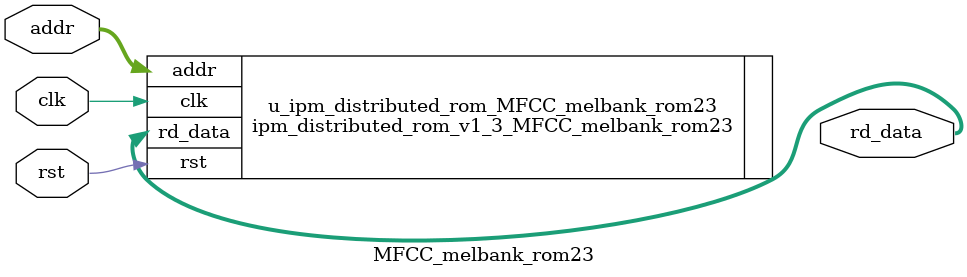
<source format=v>


`timescale 1 ns / 1 ps
module MFCC_melbank_rom23
    (
     addr        ,
     rst         ,
     clk         ,
     rd_data
    );

    localparam ADDR_WIDTH = 9 ; //@IPC int 4,10

    localparam DATA_WIDTH = 8 ; //@IPC int 1,256

    localparam RST_TYPE = "ASYNC" ; //@IPC enum ASYNC,SYNC

    localparam OUT_REG = 0 ; //@IPC bool

    localparam INIT_ENABLE = 1 ; //@IPC bool

    localparam INIT_FILE = "D:/PDS_FPGA/Audio_test/ipcore/MFCC_melbank_rom23/rtl/output22_MFCC_melbank_rom23.dat" ; //@IPC string

    localparam FILE_FORMAT = "BIN" ; //@IPC enum BIN,HEX


     output   wire  [DATA_WIDTH-1:0]       rd_data ;
     input    wire  [ADDR_WIDTH-1:0]       addr    ;
     input                                 clk     ;
     input                                 rst     ;

ipm_distributed_rom_v1_3_MFCC_melbank_rom23
   #(
     .ADDR_WIDTH    (ADDR_WIDTH     ), //address width   range:4-10
     .DATA_WIDTH    (DATA_WIDTH     ), //data width      range:4-256
     .RST_TYPE      (RST_TYPE       ), //reset type   "ASYNC_RESET" "SYNC_RESET"
     .OUT_REG       (OUT_REG        ), //output options :non_register(0)  register(1)
     .INIT_FILE     (INIT_FILE      ), //legal value:"NONE" or "initial file name"
     .FILE_FORMAT   (FILE_FORMAT    )  //initial data format : "bin" or "hex"
    )u_ipm_distributed_rom_MFCC_melbank_rom23
    (
     .rd_data       (rd_data        ),
     .addr          (addr           ),
     .clk           (clk            ),
     .rst           (rst            )

    );
endmodule

</source>
